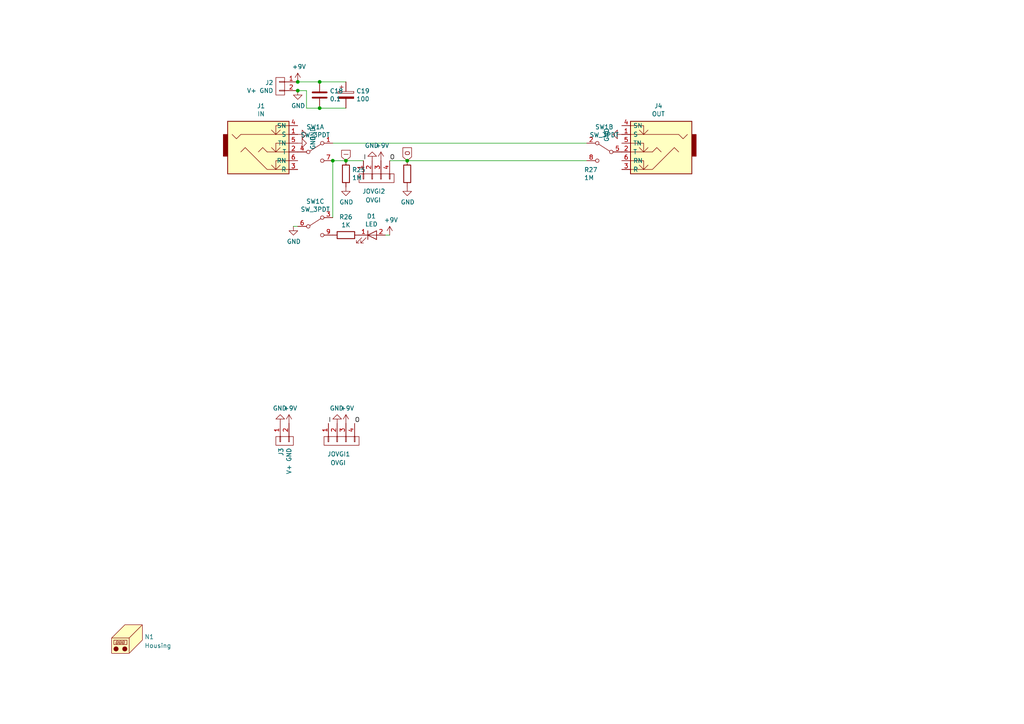
<source format=kicad_sch>
(kicad_sch (version 20230121) (generator eeschema)
  (paper "A4")
  (lib_symbols
    (symbol "1590B-rescue:C-device" (pin_numbers hide) (pin_names (offset 0.254))
      (property "Reference" "C" (at 0.635 2.54 0))
      (property "Value" "device:C" (at 0.635 -2.54 0))
      (symbol "C-device_0_1"
        (polyline (pts (xy -2.032 -0.762) (xy 2.032 -0.762)) (stroke (width 0.508)))
        (polyline (pts (xy -2.032 0.762) (xy 2.032 0.762)) (stroke (width 0.508)))
      )
      (symbol "C-device_1_1"
        (pin passive line (at 0 3.81 270) (length 2.794) (name "~") (number "1"))
        (pin passive line (at 0 -3.81 90) (length 2.794) (name "~") (number "2"))
      )
    )
    (symbol "1590B-rescue:CONN_01X02-conn" (pin_names (offset 1.016) hide)
      (property "Reference" "J" (at 0 3.81 0))
      (property "Value" "conn:CONN_01X02" (at 2.54 0 90))
      (symbol "CONN_01X02-conn_0_1"
        (rectangle (start -1.27 -1.143) (end 0.254 -1.397))
        (rectangle (start -1.27 1.397) (end 0.254 1.143))
        (rectangle (start -1.27 2.54) (end 1.27 -2.54))
      )
      (symbol "CONN_01X02-conn_1_1"
        (pin passive line (at -5.08 1.27 0) (length 3.81) (name "P1") (number "1"))
        (pin passive line (at -5.08 -1.27 0) (length 3.81) (name "P2") (number "2"))
      )
    )
    (symbol "1590B-rescue:CONN_01X04-conn" (pin_names (offset 1.016) hide)
      (property "Reference" "J" (at 0 6.35 0))
      (property "Value" "conn:CONN_01X04" (at 2.54 0 90))
      (symbol "CONN_01X04-conn_0_1"
        (rectangle (start -1.27 -3.683) (end 0.254 -3.937))
        (rectangle (start -1.27 -1.143) (end 0.254 -1.397))
        (rectangle (start -1.27 1.397) (end 0.254 1.143))
        (rectangle (start -1.27 3.937) (end 0.254 3.683))
        (rectangle (start -1.27 5.08) (end 1.27 -5.08))
      )
      (symbol "CONN_01X04-conn_1_1"
        (pin passive line (at -5.08 3.81 0) (length 3.81) (name "P1") (number "1"))
        (pin passive line (at -5.08 1.27 0) (length 3.81) (name "P2") (number "2"))
        (pin passive line (at -5.08 -1.27 0) (length 3.81) (name "P3") (number "3"))
        (pin passive line (at -5.08 -3.81 0) (length 3.81) (name "P4") (number "4"))
      )
    )
    (symbol "1590B-rescue:CP-device" (pin_numbers hide) (pin_names (offset 0.254))
      (property "Reference" "C" (at 0.635 2.54 0))
      (property "Value" "device:CP" (at 0.635 -2.54 0))
      (symbol "CP-device_0_1"
        (rectangle (start -2.286 0.508) (end -2.286 1.016))
        (rectangle (start -2.286 0.508) (end 2.286 0.508))
        (polyline (pts (xy -1.778 2.286) (xy -0.762 2.286)))
        (polyline (pts (xy -1.27 2.794) (xy -1.27 1.778)))
        (rectangle (start 2.286 -0.508) (end -2.286 -1.016) (fill (type outline)))
        (rectangle (start 2.286 1.016) (end -2.286 1.016))
        (rectangle (start 2.286 1.016) (end 2.286 0.508))
      )
      (symbol "CP-device_1_1"
        (pin passive line (at 0 3.81 270) (length 2.794) (name "~") (number "1"))
        (pin passive line (at 0 -3.81 90) (length 2.794) (name "~") (number "2"))
      )
    )
    (symbol "1590B-rescue:JACK_TRS_6PINS-conn" (pin_names (offset 0.762))
      (property "Reference" "J" (at 0 10.16 0))
      (property "Value" "conn:JACK_TRS_6PINS" (at -1.27 -7.62 0))
      (symbol "JACK_TRS_6PINS-conn_0_0"
        (polyline (pts (xy 3.81 -5.08) (xy 3.81 -2.54) (xy 7.62 -2.54)))
        (polyline (pts (xy 3.81 0) (xy 3.81 2.54) (xy 7.62 2.54)))
        (polyline (pts (xy 3.81 5.08) (xy 3.81 7.62) (xy 7.62 7.62)))
        (polyline (pts (xy -8.89 5.08) (xy -7.62 3.81) (xy -6.35 5.08) (xy 7.62 5.08)))
        (polyline (pts (xy -6.35 0) (xy -5.08 1.27) (xy 1.27 -5.08) (xy 7.62 -5.08)))
      )
      (symbol "JACK_TRS_6PINS-conn_0_1"
        (rectangle (start -11.43 5.08) (end -10.16 -1.27) (fill (type outline)))
        (polyline (pts (xy 1.27 0) (xy 7.62 0)))
        (polyline (pts (xy 1.27 0) (xy 0 1.27) (xy -1.27 0) (xy -1.27 0)))
        (polyline (pts (xy 2.54 -3.81) (xy 3.81 -5.08) (xy 5.08 -3.81) (xy 5.08 -3.81)))
        (polyline (pts (xy 2.54 1.27) (xy 3.81 0) (xy 5.08 1.27) (xy 5.08 1.27)))
        (polyline (pts (xy 2.54 6.35) (xy 3.81 5.08) (xy 5.08 6.35) (xy 5.08 6.35)))
        (rectangle (start 7.62 -6.35) (end -10.16 8.89) (stroke (width 0.254)) (fill (type background)))
      )
      (symbol "JACK_TRS_6PINS-conn_1_1"
        (pin passive line (at 10.16 5.08 180) (length 2.54) (name "S") (number "1"))
        (pin passive line (at 10.16 0 180) (length 2.54) (name "T") (number "2"))
        (pin passive line (at 10.16 -5.08 180) (length 2.54) (name "R") (number "3"))
        (pin passive line (at 10.16 7.62 180) (length 2.54) (name "SN") (number "4"))
        (pin passive line (at 10.16 2.54 180) (length 2.54) (name "TN") (number "5"))
        (pin passive line (at 10.16 -2.54 180) (length 2.54) (name "RN") (number "6"))
      )
    )
    (symbol "1590B-rescue:LED-device" (pin_names (offset 1.016) hide)
      (property "Reference" "D" (at 0 2.54 0))
      (property "Value" "device:LED" (at 0 -2.54 0))
      (symbol "LED-device_0_1"
        (polyline (pts (xy -1.27 -1.27) (xy -1.27 1.27)) (stroke (width 0.2032)))
        (polyline (pts (xy -1.27 0) (xy 1.27 0)))
        (polyline (pts (xy 1.27 -1.27) (xy 1.27 1.27) (xy -1.27 0) (xy 1.27 -1.27)) (stroke (width 0.2032)))
        (polyline (pts (xy -3.048 -0.762) (xy -4.572 -2.286) (xy -3.81 -2.286) (xy -4.572 -2.286) (xy -4.572 -1.524)))
        (polyline (pts (xy -1.778 -0.762) (xy -3.302 -2.286) (xy -2.54 -2.286) (xy -3.302 -2.286) (xy -3.302 -1.524)))
      )
      (symbol "LED-device_1_1"
        (pin passive line (at -3.81 0 0) (length 2.54) (name "K") (number "1"))
        (pin passive line (at 3.81 0 180) (length 2.54) (name "A") (number "2"))
      )
    )
    (symbol "1590B-rescue:R-device" (pin_numbers hide) (pin_names (offset 0))
      (property "Reference" "R" (at 2.032 0 90))
      (property "Value" "device:R" (at 0 0 90))
      (symbol "R-device_0_1"
        (rectangle (start -1.016 -2.54) (end 1.016 2.54) (stroke (width 0.254)))
      )
      (symbol "R-device_1_1"
        (pin passive line (at 0 3.81 270) (length 1.27) (name "~") (number "1"))
        (pin passive line (at 0 -3.81 90) (length 1.27) (name "~") (number "2"))
      )
    )
    (symbol "1590B-rescue:SW_3PDT-switches" (pin_names (offset 0) hide)
      (property "Reference" "SW" (at 0 4.318 0))
      (property "Value" "switches:SW_3PDT" (at 0 -5.08 0))
      (symbol "SW_3PDT-switches_0_0"
        (circle (center -2.032 0) (radius 0.508))
        (circle (center 2.032 -2.54) (radius 0.508))
      )
      (symbol "SW_3PDT-switches_0_1"
        (polyline (pts (xy -1.524 0.254) (xy 1.651 2.286)))
        (circle (center 2.032 2.54) (radius 0.508))
      )
      (symbol "SW_3PDT-switches_1_1"
        (pin passive line (at 5.08 2.54 180) (length 2.54) (name "A") (number "1"))
        (pin passive line (at -5.08 0 0) (length 2.54) (name "B") (number "4"))
        (pin passive line (at 5.08 -2.54 180) (length 2.54) (name "C") (number "7"))
      )
      (symbol "SW_3PDT-switches_2_1"
        (pin passive line (at 5.08 2.54 180) (length 2.54) (name "A") (number "2"))
        (pin passive line (at -5.08 0 0) (length 2.54) (name "B") (number "5"))
        (pin passive line (at 5.08 -2.54 180) (length 2.54) (name "C") (number "8"))
      )
      (symbol "SW_3PDT-switches_3_1"
        (pin passive line (at 5.08 2.54 180) (length 2.54) (name "A") (number "3"))
        (pin passive line (at -5.08 0 0) (length 2.54) (name "B") (number "6"))
        (pin passive line (at 5.08 -2.54 180) (length 2.54) (name "C") (number "9"))
      )
    )
    (symbol "Mechanical:Housing" (pin_names (offset 1.016))
      (property "Reference" "N" (at 3.81 0 0))
      (property "Value" "Housing" (at 3.81 -1.905 0))
      (symbol "Housing_0_1"
        (rectangle (start -5.08 -0.635) (end -1.27 -1.905))
        (circle (center -4.445 -3.175) (radius 0.635) (fill (type outline)))
        (circle (center -1.905 -3.175) (radius 0.635) (fill (type outline)))
        (polyline (pts (xy -4.5212 -1.5748) (xy -4.4704 -1.3716)))
        (polyline (pts (xy -4.4196 -1.6764) (xy -4.064 -1.6764)))
        (polyline (pts (xy -4.4196 -1.2192) (xy -4.3688 -0.9652)))
        (polyline (pts (xy -4.318 -1.3208) (xy -4.0132 -1.3208)))
        (polyline (pts (xy -4.2164 -0.9144) (xy -3.9116 -0.9144)))
        (polyline (pts (xy -3.9116 -1.6256) (xy -3.8608 -1.3716)))
        (polyline (pts (xy -3.81 -1.2192) (xy -3.7592 -0.9652)))
        (polyline (pts (xy -3.6068 -1.5748) (xy -3.556 -1.3716)))
        (polyline (pts (xy -3.5052 -1.6764) (xy -3.1496 -1.6764)))
        (polyline (pts (xy -3.5052 -1.2192) (xy -3.4544 -0.9652)))
        (polyline (pts (xy -3.4036 -1.3208) (xy -3.0988 -1.3208)))
        (polyline (pts (xy -3.302 -0.9144) (xy -2.9972 -0.9144)))
        (polyline (pts (xy -2.9972 -1.6256) (xy -2.9464 -1.3716)))
        (polyline (pts (xy -2.8956 -1.2192) (xy -2.8448 -0.9652)))
        (polyline (pts (xy -2.6924 -1.5748) (xy -2.6416 -1.3716)))
        (polyline (pts (xy -2.5908 -1.6764) (xy -2.2352 -1.6764)))
        (polyline (pts (xy -2.5908 -1.2192) (xy -2.54 -0.9652)))
        (polyline (pts (xy -2.4892 -1.3208) (xy -2.1844 -1.3208)))
        (polyline (pts (xy -2.3876 -0.9144) (xy -2.0828 -0.9144)))
        (polyline (pts (xy -2.0828 -1.6256) (xy -2.032 -1.3716)))
        (polyline (pts (xy -1.9812 -1.2192) (xy -1.9304 -0.9652)))
        (polyline (pts (xy -0.635 0) (xy -0.635 -4.445)))
        (polyline (pts (xy -5.715 0) (xy -0.635 0) (xy 3.175 3.81)))
        (polyline (pts (xy -5.715 0) (xy -5.715 -4.445) (xy -0.635 -4.445) (xy 3.175 -0.635) (xy 3.175 3.81) (xy -1.905 3.81) (xy -5.715 0)) (fill (type background)))
      )
    )
    (symbol "power:+9V" (power) (pin_names (offset 0))
      (property "Value" "+9V" (at 0 3.556 0))
      (symbol "+9V_0_1"
        (polyline (pts (xy -0.762 1.27) (xy 0 2.54)))
        (polyline (pts (xy 0 0) (xy 0 2.54)))
        (polyline (pts (xy 0 2.54) (xy 0.762 1.27)))
      )
      (symbol "+9V_1_1"
        (pin power_in line (at 0 0 90) (length 0) hide (name "+9V") (number "1"))
      )
    )
    (symbol "power:GND" (power) (pin_names (offset 0))
      (property "Value" "GND" (at 0 -3.81 0))
      (symbol "GND_0_1"
        (polyline (pts (xy 0 0) (xy 0 -1.27) (xy 1.27 -1.27) (xy 0 -2.54) (xy -1.27 -1.27) (xy 0 -1.27)))
      )
      (symbol "GND_1_1"
        (pin power_in line (at 0 0 270) (length 0) hide (name "GND") (number "1"))
      )
    )
  )
  (junction (at 92.71 23.749))
  (junction (at 100.33 46.609))
  (junction (at 86.36 23.749))
  (junction (at 86.36 26.289))
  (junction (at 96.52 46.609))
  (junction (at 92.71 31.369))
  (junction (at 118.11 46.609))
  (wire (pts (xy 170.18 46.609) (xy 118.11 46.609)))
  (wire (pts (xy 111.76 68.199) (xy 113.03 68.199)))
  (wire (pts (xy 96.52 46.609) (xy 96.52 63.119)))
  (wire (pts (xy 92.71 31.369) (xy 100.33 31.369)))
  (wire (pts (xy 100.33 23.749) (xy 92.71 23.749)))
  (wire (pts (xy 86.36 65.659) (xy 85.09 65.659)))
  (wire (pts (xy 88.9 31.369) (xy 92.71 31.369)))
  (wire (pts (xy 92.71 23.749) (xy 86.36 23.749)))
  (wire (pts (xy 96.52 46.609) (xy 100.33 46.609)))
  (wire (pts (xy 113.03 46.609) (xy 118.11 46.609)))
  (wire (pts (xy 86.36 26.289) (xy 88.9 26.289)))
  (wire (pts (xy 100.33 46.609) (xy 105.41 46.609)))
  (wire (pts (xy 96.52 41.529) (xy 170.18 41.529)))
  (wire (pts (xy 88.9 26.289) (xy 88.9 31.369)))
  (label "I" (at 105.41 46.609 0))
  (label "O" (at 113.03 46.609 0))
  (label "O" (at 102.87 122.809 0))
  (label "I" (at 95.25 122.809 0))
  (global_label "O" (shape input) (at 118.11 46.609 90) (property "Intersheetrefs" "${INTERSHEET_REFS}" (effects hide)))
  (global_label "I" (shape input) (at 100.33 46.609 90) (property "Intersheetrefs" "${INTERSHEET_REFS}" (effects hide)))
  (symbol (lib_id "power:+9V") (at 113.03 68.199 0) (unit 1)
    (property "Reference" "#PWR036" (effects hide))
    (property "Value" "+9V" (at 113.411 63.8048 0))
    (instances (project "little-angel-chorus-rev2" (path "" (reference "#PWR036") (unit 1))) (project "1590B" (path "" (reference "#PWR08") (unit 1)) (path "" (reference "#PWR013") (unit 1))))
  )
  (symbol (lib_id "1590B-rescue:R-device") (at 118.11 50.419 0) (unit 1)
    (property "Reference" "R27" (at 169.418 49.2506 0) (effects (justify left)))
    (property "Value" "1M" (at 169.418 51.562 0) (effects (justify left)))
    (property "Footprint" "Resistors_ThroughHole:Resistor_Horizontal_RM7mm" (effects hide))
    (instances (project "little-angel-chorus-rev2" (path "" (reference "R27") (unit 1))) (project "1590B" (path "" (reference "R2") (unit 1)) (path "" (reference "R3") (unit 1))))
  )
  (symbol (lib_id "power:GND") (at 86.36 41.529 90) (unit 1)
    (property "Reference" "#PWR030" (effects hide))
    (property "Value" "GND" (at 90.7542 41.402 0))
    (instances (project "little-angel-chorus-rev2" (path "" (reference "#PWR030") (unit 1))) (project "1590B" (path "" (reference "#PWR013") (unit 1)) (path "" (reference "#PWR07") (unit 1))))
  )
  (symbol (lib_id "power:GND") (at 100.33 54.229 0) (unit 1)
    (property "Reference" "#PWR032" (effects hide))
    (property "Value" "GND" (at 100.457 58.6232 0))
    (instances (project "little-angel-chorus-rev2" (path "" (reference "#PWR032") (unit 1))) (project "1590B" (path "" (reference "#PWR05") (unit 1)) (path "" (reference "#PWR09") (unit 1))))
  )
  (symbol (lib_id "1590B-rescue:CONN_01X04-conn") (at 109.22 51.689 90) (mirror x) (unit 1)
    (property "Reference" "JOVGI2" (at 111.76 55.499 90) (effects (justify left)))
    (property "Value" "OVGI" (at 110.49 58.039 90) (effects (justify left)))
    (property "Footprint" "Pin_Headers:Pin_Header_Straight_1x04_Pitch2.54mm" (effects hide))
    (instances (project "little-angel-chorus-rev2" (path "" (reference "JOVGI2") (unit 1))) (project "1590B" (path "" (reference "JOVGI1") (unit 1)) (path "" (reference "JOVGI2") (unit 1))))
  )
  (symbol (lib_id "power:+9V") (at 86.36 23.749 0) (unit 1)
    (property "Reference" "#PWR027" (effects hide))
    (property "Value" "+9V" (at 86.741 19.3548 0))
    (instances (project "little-angel-chorus-rev2" (path "" (reference "#PWR027") (unit 1))) (project "1590B" (path "" (reference "#PWR01") (unit 1)) (path "" (reference "#PWR04") (unit 1))))
  )
  (symbol (lib_id "1590B-rescue:R-device") (at 100.33 50.419 0) (unit 1)
    (property "Reference" "R25" (at 102.108 49.2506 0) (effects (justify left)))
    (property "Value" "1M" (at 102.108 51.562 0) (effects (justify left)))
    (property "Footprint" "Resistors_ThroughHole:Resistor_Horizontal_RM7mm" (effects hide))
    (instances (project "little-angel-chorus-rev2" (path "" (reference "R25") (unit 1))) (project "1590B" (path "" (reference "R1") (unit 1)) (path "" (reference "R1") (unit 1))))
  )
  (symbol (lib_id "1590B-rescue:CP-device") (at 100.33 27.559 0) (unit 1)
    (property "Reference" "C19" (at 103.3272 26.3906 0) (effects (justify left)))
    (property "Value" "100" (at 103.3272 28.702 0) (effects (justify left)))
    (property "Footprint" "Capacitors_THT:CP_Radial_D8.0mm_P2.50mm" (effects hide))
    (instances (project "little-angel-chorus-rev2" (path "" (reference "C19") (unit 1))) (project "1590B" (path "" (reference "C2") (unit 1)) (path "" (reference "C2") (unit 1))))
  )
  (symbol (lib_id "1590B-rescue:JACK_TRS_6PINS-conn") (at 76.2 44.069 0) (unit 1)
    (property "Reference" "J1" (at 75.7174 30.734 0))
    (property "Value" "IN" (at 75.7174 33.0454 0))
    (property "Footprint" "Connectors:NMJ6HCD2" (effects hide))
    (instances (project "little-angel-chorus-rev2" (path "" (reference "J1") (unit 1))) (project "1590B" (path "" (reference "J2") (unit 1)) (path "" (reference "J1") (unit 1))))
  )
  (symbol (lib_id "power:GND") (at 97.79 122.809 180) (unit 1)
    (property "Reference" "#PWR031" (effects hide))
    (property "Value" "GND" (at 97.663 118.4148 0))
    (instances (project "little-angel-chorus-rev2" (path "" (reference "#PWR031") (unit 1))) (project "1590B" (path "" (reference "#PWR09") (unit 1)) (path "" (reference "#PWR08") (unit 1))))
  )
  (symbol (lib_id "1590B-rescue:LED-device") (at 107.95 68.199 0) (unit 1)
    (property "Reference" "D1" (at 107.7214 62.7126 0))
    (property "Value" "LED" (at 107.7214 65.024 0))
    (property "Footprint" "LEDs:LED-5MM" (effects hide))
  )
  (symbol (lib_id "power:GND") (at 118.11 54.229 0) (unit 1)
    (property "Reference" "#PWR037" (effects hide))
    (property "Value" "GND" (at 118.237 58.6232 0))
    (instances (project "little-angel-chorus-rev2" (path "" (reference "#PWR037") (unit 1))) (project "1590B" (path "" (reference "#PWR06") (unit 1)) (path "" (reference "#PWR014") (unit 1))))
  )
  (symbol (lib_id "power:GND") (at 86.36 26.289 0) (unit 1)
    (property "Reference" "#PWR028" (effects hide))
    (property "Value" "GND" (at 86.487 30.6832 0))
    (instances (project "little-angel-chorus-rev2" (path "" (reference "#PWR028") (unit 1))) (project "1590B" (path "" (reference "#PWR02") (unit 1)) (path "" (reference "#PWR05") (unit 1))))
  )
  (symbol (lib_id "1590B-rescue:CONN_01X02-conn") (at 82.55 127.889 90) (mirror x) (unit 1)
    (property "Reference" "J3" (at 81.5086 129.8702 0) (effects (justify left)))
    (property "Value" "V+ GND" (at 83.82 129.8702 0) (effects (justify left)))
    (property "Footprint" "Pin_Headers:Pin_Header_Straight_1x02_Pitch2.54mm" (effects hide))
    (instances (project "little-angel-chorus-rev2" (path "" (reference "J3") (unit 1))) (project "1590B" (path "" (reference "J4") (unit 1)) (path "" (reference "J3") (unit 1))))
  )
  (symbol (lib_id "1590B-rescue:C-device") (at 92.71 27.559 180) (unit 1)
    (property "Reference" "C18" (at 95.631 26.3906 0) (effects (justify right)))
    (property "Value" "0.1" (at 95.631 28.702 0) (effects (justify right)))
    (property "Footprint" "Capacitors_ThroughHole:C_Rect_L7_W3.5_P5" (effects hide))
    (instances (project "little-angel-chorus-rev2" (path "" (reference "C18") (unit 1))) (project "1590B" (path "" (reference "C1") (unit 1)) (path "" (reference "C1") (unit 1))))
  )
  (symbol (lib_id "1590B-rescue:CONN_01X04-conn") (at 99.06 127.889 90) (mirror x) (unit 1)
    (property "Reference" "JOVGI1" (at 101.6 131.699 90) (effects (justify left)))
    (property "Value" "OVGI" (at 100.33 134.239 90) (effects (justify left)))
    (property "Footprint" "Pin_Headers:Pin_Header_Straight_1x04_Pitch2.54mm" (effects hide))
    (instances (project "little-angel-chorus-rev2" (path "" (reference "JOVGI1") (unit 1))) (project "1590B" (path "" (reference "JOVGI2") (unit 1)) (path "" (reference "JOVGI1") (unit 1))))
  )
  (symbol (lib_id "power:GND") (at 86.36 38.989 90) (unit 1)
    (property "Reference" "#PWR029" (effects hide))
    (property "Value" "GND" (at 90.7542 38.862 0))
    (instances (project "little-angel-chorus-rev2" (path "" (reference "#PWR029") (unit 1))) (project "1590B" (path "" (reference "#PWR011") (unit 1)) (path "" (reference "#PWR06") (unit 1))))
  )
  (symbol (lib_id "Mechanical:Housing") (at 38.1 185.039 0) (unit 1)
    (property "Reference" "N1" (at 41.91 184.7215 0) (effects (justify left)))
    (property "Value" "Housing" (at 41.91 187.2615 0) (effects (justify left)))
    (property "Footprint" "Pedal-Components:1590B" (effects hide))
  )
  (symbol (lib_id "1590B-rescue:R-device") (at 100.33 68.199 270) (unit 1)
    (property "Reference" "R26" (at 100.33 62.9412 90))
    (property "Value" "1K" (at 100.33 65.2526 90))
    (property "Footprint" "Resistors_ThroughHole:Resistor_Horizontal_RM7mm" (effects hide))
    (instances (project "little-angel-chorus-rev2" (path "" (reference "R26") (unit 1))) (project "1590B" (path "" (reference "R3") (unit 1)) (path "" (reference "R2") (unit 1))))
  )
  (symbol (lib_id "1590B-rescue:JACK_TRS_6PINS-conn") (at 190.5 44.069 0) (mirror y) (unit 1)
    (property "Reference" "J4" (at 190.9572 30.734 0))
    (property "Value" "OUT" (at 190.9572 33.0454 0))
    (property "Footprint" "Connectors:NMJ6HCD2" (effects hide))
    (instances (project "little-angel-chorus-rev2" (path "" (reference "J4") (unit 1))) (project "1590B" (path "" (reference "J3") (unit 1)) (path "" (reference "J4") (unit 1))))
  )
  (symbol (lib_id "power:GND") (at 81.28 122.809 180) (unit 1)
    (property "Reference" "#PWR024" (effects hide))
    (property "Value" "GND" (at 81.153 118.4148 0))
    (instances (project "little-angel-chorus-rev2" (path "" (reference "#PWR024") (unit 1))) (project "1590B" (path "" (reference "#PWR014") (unit 1)) (path "" (reference "#PWR01") (unit 1))))
  )
  (symbol (lib_id "power:+9V") (at 100.33 122.809 0) (unit 1)
    (property "Reference" "#PWR033" (effects hide))
    (property "Value" "+9V" (at 100.711 118.4148 0))
    (instances (project "little-angel-chorus-rev2" (path "" (reference "#PWR033") (unit 1))) (project "1590B" (path "" (reference "#PWR010") (unit 1)) (path "" (reference "#PWR010") (unit 1))))
  )
  (symbol (lib_id "power:+9V") (at 110.49 46.609 0) (unit 1)
    (property "Reference" "#PWR035" (effects hide))
    (property "Value" "+9V" (at 110.871 42.2148 0))
    (instances (project "little-angel-chorus-rev2" (path "" (reference "#PWR035") (unit 1))) (project "1590B" (path "" (reference "#PWR04") (unit 1)) (path "" (reference "#PWR012") (unit 1))))
  )
  (symbol (lib_id "1590B-rescue:CONN_01X02-conn") (at 81.28 25.019 0) (mirror y) (unit 1)
    (property "Reference" "J2" (at 79.2988 23.9776 0) (effects (justify left)))
    (property "Value" "V+ GND" (at 79.2988 26.289 0) (effects (justify left)))
    (property "Footprint" "Pin_Headers:Pin_Header_Straight_1x02_Pitch2.54mm" (effects hide))
    (instances (project "little-angel-chorus-rev2" (path "" (reference "J2") (unit 1))) (project "1590B" (path "" (reference "J1") (unit 1)) (path "" (reference "J2") (unit 1))))
  )
  (symbol (lib_id "1590B-rescue:SW_3PDT-switches") (at 91.44 44.069 0) (unit 1)
    (property "Reference" "SW1" (at 91.44 36.83 0))
    (property "Value" "SW_3PDT" (at 91.44 39.1414 0))
    (property "Footprint" "KiCad Lib:3PDT-Footswitch" (effects hide))
  )
  (symbol (lib_id "1590B-rescue:SW_3PDT-switches") (at 175.26 44.069 0) (mirror y) (unit 2)
    (property "Reference" "SW1" (at 175.26 36.83 0))
    (property "Value" "SW_3PDT" (at 175.26 39.1414 0))
    (property "Footprint" "KiCad Lib:3PDT-Footswitch" (effects hide))
  )
  (symbol (lib_id "power:GND") (at 180.34 38.989 270) (unit 1)
    (property "Reference" "#PWR038" (effects hide))
    (property "Value" "GND" (at 175.9458 39.116 0))
    (instances (project "little-angel-chorus-rev2" (path "" (reference "#PWR038") (unit 1))) (project "1590B" (path "" (reference "#PWR012") (unit 1)) (path "" (reference "#PWR015") (unit 1))))
  )
  (symbol (lib_id "power:GND") (at 107.95 46.609 180) (unit 1)
    (property "Reference" "#PWR034" (effects hide))
    (property "Value" "GND" (at 107.823 42.2148 0))
    (instances (project "little-angel-chorus-rev2" (path "" (reference "#PWR034") (unit 1))) (project "1590B" (path "" (reference "#PWR03") (unit 1)) (path "" (reference "#PWR011") (unit 1))))
  )
  (symbol (lib_id "power:+9V") (at 83.82 122.809 0) (unit 1)
    (property "Reference" "#PWR025" (effects hide))
    (property "Value" "+9V" (at 84.201 118.4148 0))
    (instances (project "little-angel-chorus-rev2" (path "" (reference "#PWR025") (unit 1))) (project "1590B" (path "" (reference "#PWR015") (unit 1)) (path "" (reference "#PWR02") (unit 1))))
  )
  (symbol (lib_id "1590B-rescue:SW_3PDT-switches") (at 91.44 65.659 0) (unit 3)
    (property "Reference" "SW1" (at 91.44 58.42 0))
    (property "Value" "SW_3PDT" (at 91.44 60.7314 0))
    (property "Footprint" "KiCad Lib:3PDT-Footswitch" (effects hide))
  )
  (symbol (lib_id "power:GND") (at 85.09 65.659 0) (unit 1)
    (property "Reference" "#PWR026" (effects hide))
    (property "Value" "GND" (at 85.217 70.0532 0))
    (instances (project "little-angel-chorus-rev2" (path "" (reference "#PWR026") (unit 1))) (project "1590B" (path "" (reference "#PWR07") (unit 1)) (path "" (reference "#PWR03") (unit 1))))
  )
)
</source>
